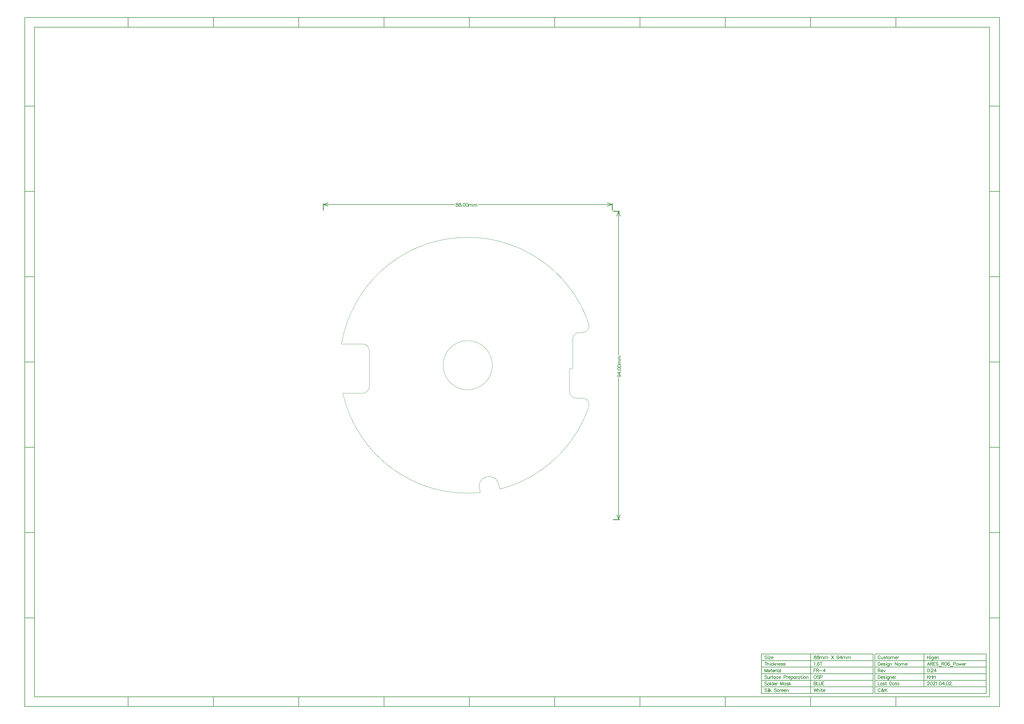
<source format=gm1>
G04 Layer_Color=16711935*
%FSLAX44Y44*%
%MOMM*%
G71*
G01*
G75*
%ADD53C,0.2540*%
%ADD54C,0.1270*%
%ADD55C,0.1500*%
%ADD135C,0.0100*%
D53*
X443040Y-470000D02*
X462540D01*
X443040Y470000D02*
X462540D01*
X440000Y473040D02*
Y492540D01*
X-440000Y473040D02*
Y492540D01*
D54*
X460000Y-470000D02*
Y-39545D01*
Y31925D02*
Y470000D01*
Y-470000D02*
X465080Y-454760D01*
X454920D02*
X460000Y-470000D01*
X454920Y454760D02*
X460000Y470000D01*
X465080Y454760D01*
X31925Y490000D02*
X440000D01*
X-440000D02*
X-39545D01*
X424760Y495080D02*
X440000Y490000D01*
X424760Y484920D02*
X440000Y490000D01*
X-440000D02*
X-424760Y484920D01*
X-440000Y490000D02*
X-424760Y495080D01*
X459577Y-29446D02*
X461028Y-29930D01*
X461996Y-30898D01*
X462479Y-32349D01*
Y-32832D01*
X461996Y-34283D01*
X461028Y-35251D01*
X459577Y-35735D01*
X459093D01*
X457642Y-35251D01*
X456675Y-34283D01*
X456191Y-32832D01*
Y-32349D01*
X456675Y-30898D01*
X457642Y-29930D01*
X459577Y-29446D01*
X461996D01*
X464414Y-29930D01*
X465865Y-30898D01*
X466349Y-32349D01*
Y-33316D01*
X465865Y-34767D01*
X464898Y-35251D01*
X456191Y-21852D02*
X462963Y-26689D01*
Y-19434D01*
X456191Y-21852D02*
X466349D01*
X465382Y-17160D02*
X465865Y-17644D01*
X466349Y-17160D01*
X465865Y-16677D01*
X465382Y-17160D01*
X456191Y-11549D02*
X456675Y-13000D01*
X458126Y-13968D01*
X460544Y-14452D01*
X461996D01*
X464414Y-13968D01*
X465865Y-13000D01*
X466349Y-11549D01*
Y-10582D01*
X465865Y-9131D01*
X464414Y-8163D01*
X461996Y-7680D01*
X460544D01*
X458126Y-8163D01*
X456675Y-9131D01*
X456191Y-10582D01*
Y-11549D01*
Y-2504D02*
X456675Y-3955D01*
X458126Y-4922D01*
X460544Y-5406D01*
X461996D01*
X464414Y-4922D01*
X465865Y-3955D01*
X466349Y-2504D01*
Y-1537D01*
X465865Y-86D01*
X464414Y882D01*
X461996Y1366D01*
X460544D01*
X458126Y882D01*
X456675Y-86D01*
X456191Y-1537D01*
Y-2504D01*
X459577Y3639D02*
X466349D01*
X461512D02*
X460061Y5090D01*
X459577Y6058D01*
Y7509D01*
X460061Y8476D01*
X461512Y8960D01*
X466349D01*
X461512D02*
X460061Y10411D01*
X459577Y11378D01*
Y12830D01*
X460061Y13797D01*
X461512Y14281D01*
X466349D01*
X459577Y17473D02*
X466349D01*
X461512D02*
X460061Y18924D01*
X459577Y19892D01*
Y21343D01*
X460061Y22310D01*
X461512Y22794D01*
X466349D01*
X461512D02*
X460061Y24245D01*
X459577Y25212D01*
Y26663D01*
X460061Y27631D01*
X461512Y28115D01*
X466349D01*
X-33316Y493809D02*
X-34767Y493325D01*
X-35251Y492358D01*
Y491390D01*
X-34767Y490423D01*
X-33800Y489939D01*
X-31865Y489456D01*
X-30414Y488972D01*
X-29446Y488004D01*
X-28963Y487037D01*
Y485586D01*
X-29446Y484618D01*
X-29930Y484135D01*
X-31381Y483651D01*
X-33316D01*
X-34767Y484135D01*
X-35251Y484618D01*
X-35735Y485586D01*
Y487037D01*
X-35251Y488004D01*
X-34283Y488972D01*
X-32832Y489456D01*
X-30898Y489939D01*
X-29930Y490423D01*
X-29446Y491390D01*
Y492358D01*
X-29930Y493325D01*
X-31381Y493809D01*
X-33316D01*
X-24271D02*
X-25722Y493325D01*
X-26206Y492358D01*
Y491390D01*
X-25722Y490423D01*
X-24755Y489939D01*
X-22820Y489456D01*
X-21369Y488972D01*
X-20401Y488004D01*
X-19917Y487037D01*
Y485586D01*
X-20401Y484618D01*
X-20885Y484135D01*
X-22336Y483651D01*
X-24271D01*
X-25722Y484135D01*
X-26206Y484618D01*
X-26689Y485586D01*
Y487037D01*
X-26206Y488004D01*
X-25238Y488972D01*
X-23787Y489456D01*
X-21852Y489939D01*
X-20885Y490423D01*
X-20401Y491390D01*
Y492358D01*
X-20885Y493325D01*
X-22336Y493809D01*
X-24271D01*
X-17160Y484618D02*
X-17644Y484135D01*
X-17160Y483651D01*
X-16677Y484135D01*
X-17160Y484618D01*
X-11549Y493809D02*
X-13000Y493325D01*
X-13968Y491874D01*
X-14452Y489456D01*
Y488004D01*
X-13968Y485586D01*
X-13000Y484135D01*
X-11549Y483651D01*
X-10582D01*
X-9131Y484135D01*
X-8163Y485586D01*
X-7680Y488004D01*
Y489456D01*
X-8163Y491874D01*
X-9131Y493325D01*
X-10582Y493809D01*
X-11549D01*
X-2504D02*
X-3955Y493325D01*
X-4922Y491874D01*
X-5406Y489456D01*
Y488004D01*
X-4922Y485586D01*
X-3955Y484135D01*
X-2504Y483651D01*
X-1537D01*
X-86Y484135D01*
X882Y485586D01*
X1366Y488004D01*
Y489456D01*
X882Y491874D01*
X-86Y493325D01*
X-1537Y493809D01*
X-2504D01*
X3639Y490423D02*
Y483651D01*
Y488488D02*
X5090Y489939D01*
X6058Y490423D01*
X7509D01*
X8476Y489939D01*
X8960Y488488D01*
Y483651D01*
Y488488D02*
X10411Y489939D01*
X11378Y490423D01*
X12830D01*
X13797Y489939D01*
X14281Y488488D01*
Y483651D01*
X17473Y490423D02*
Y483651D01*
Y488488D02*
X18924Y489939D01*
X19892Y490423D01*
X21343D01*
X22310Y489939D01*
X22794Y488488D01*
Y483651D01*
Y488488D02*
X24245Y489939D01*
X25212Y490423D01*
X26663D01*
X27631Y489939D01*
X28115Y488488D01*
Y483651D01*
D55*
X-1320000Y-1010000D02*
Y1030000D01*
X1590000D01*
Y-1010000D02*
Y1030000D01*
X-1320000Y-1010000D02*
X1590000D01*
X-1350000Y-1040000D02*
X1620000D01*
X-1350000Y1060000D02*
X1620000D01*
X-1350000Y-1040000D02*
Y1060000D01*
Y530000D02*
X-1320000D01*
X-1350000Y530000D02*
X-1320000D01*
X-1350000Y790000D02*
X-1320000D01*
X-1350000D02*
X-1320000D01*
X5000Y-1040000D02*
Y-1010000D01*
X5000Y-1040000D02*
Y-1010000D01*
X-775000Y1030000D02*
Y1060000D01*
X-515000Y1030000D02*
Y1060000D01*
X-775000Y1030000D02*
Y1060000D01*
X-1035000Y1030000D02*
Y1060000D01*
X-1035000Y1030000D02*
Y1060000D01*
X5000Y1030000D02*
Y1060000D01*
X5000Y1030000D02*
Y1060000D01*
X-255000Y1030000D02*
Y1060000D01*
Y1030000D02*
Y1060000D01*
X-515000Y1030000D02*
Y1060000D01*
X1620000Y-1040000D02*
Y1060000D01*
X1590000Y790000D02*
X1620000D01*
X1590000D02*
X1620000D01*
X1590000Y530000D02*
X1620000D01*
X1590000Y530000D02*
X1620000D01*
X1590000Y270000D02*
X1620000D01*
X1590000D02*
X1620000D01*
X1590000Y10000D02*
X1620000D01*
X1590000D02*
X1620000D01*
X1590000Y-250000D02*
X1620000D01*
X1590000D02*
X1620000D01*
X1590000Y-510000D02*
X1620000D01*
X1590000Y-510000D02*
X1620000D01*
X1590000Y-770000D02*
X1620000D01*
X1590000D02*
X1620000D01*
X265000Y-1040000D02*
Y-1010000D01*
Y-1040000D02*
Y-1010000D01*
X525000Y-1040000D02*
Y-1010000D01*
Y-1040000D02*
Y-1010000D01*
X785000Y-1040000D02*
Y-1010000D01*
Y-1040000D02*
Y-1010000D01*
X1045000Y-1040000D02*
Y-1010000D01*
X1045000Y-1040000D02*
Y-1010000D01*
X1305000Y-1040000D02*
Y-1010000D01*
Y-1040000D02*
Y-1010000D01*
Y1030000D02*
Y1060000D01*
Y1030000D02*
Y1060000D01*
X1045000Y1030000D02*
Y1060000D01*
X1045000Y1030000D02*
Y1060000D01*
X785000Y1030000D02*
Y1060000D01*
Y1030000D02*
Y1060000D01*
X525000Y1030000D02*
Y1060000D01*
Y1030000D02*
Y1060000D01*
X265000Y1030000D02*
Y1060000D01*
Y1030000D02*
Y1060000D01*
X1240000Y-900000D02*
X1580000D01*
X1240000Y-920000D02*
X1580000D01*
X1240000Y-940000D02*
X1580000D01*
X1240000Y-960000D02*
X1580000D01*
X1240000Y-980000D02*
X1580000D01*
X1240000Y-1000000D02*
X1580000D01*
X1390000Y-980000D02*
Y-880000D01*
X1580000Y-1000000D02*
Y-880000D01*
X1240000D02*
X1580000D01*
X1240000Y-1000000D02*
Y-880000D01*
X-1350000Y-770000D02*
X-1320000D01*
X-1350000D02*
X-1320000D01*
X-1350000Y-510000D02*
X-1320000D01*
X-1350000Y-510000D02*
X-1320000D01*
X-1350000Y-250000D02*
X-1320000D01*
X-1350000D02*
X-1320000D01*
X-1350000Y10000D02*
X-1320000D01*
X-1350000D02*
X-1320000D01*
X-1350000Y270000D02*
X-1320000D01*
X-1350000D02*
X-1320000D01*
X-515000Y-1040000D02*
Y-1010000D01*
X-255000Y-1040000D02*
Y-1010000D01*
Y-1040000D02*
Y-1010000D01*
X-1035000Y-1040000D02*
Y-1010000D01*
X-1035000Y-1040000D02*
Y-1010000D01*
X-775000Y-1040000D02*
Y-1010000D01*
X-515000Y-1040000D02*
Y-1010000D01*
X-775000Y-1040000D02*
Y-1010000D01*
X895000Y-900000D02*
X1235000D01*
X895000Y-920000D02*
X1235000D01*
X895000Y-940000D02*
X1235000D01*
X895000Y-960000D02*
X1235000D01*
X895000Y-980000D02*
X1235000D01*
X895000Y-1000000D02*
X1235000D01*
X1045000D02*
Y-880000D01*
X1235000Y-1000000D02*
Y-880000D01*
X895000D02*
X1235000D01*
X895000Y-1000000D02*
Y-880000D01*
X1257141Y-987383D02*
X1256665Y-986430D01*
X1255713Y-985478D01*
X1254761Y-985002D01*
X1252857D01*
X1251904Y-985478D01*
X1250952Y-986430D01*
X1250476Y-987383D01*
X1250000Y-988811D01*
Y-991191D01*
X1250476Y-992619D01*
X1250952Y-993572D01*
X1251904Y-994524D01*
X1252857Y-995000D01*
X1254761D01*
X1255713Y-994524D01*
X1256665Y-993572D01*
X1257141Y-992619D01*
X1268520Y-988811D02*
X1268044Y-989287D01*
X1268520Y-989763D01*
X1268996Y-989287D01*
Y-988811D01*
X1268520Y-988335D01*
X1268044D01*
X1267568Y-988811D01*
X1267092Y-989763D01*
X1266139Y-992143D01*
X1265187Y-993572D01*
X1264235Y-994524D01*
X1263283Y-995000D01*
X1261855D01*
X1260426Y-994524D01*
X1259950Y-993572D01*
Y-992143D01*
X1260426Y-991191D01*
X1263283Y-989287D01*
X1264235Y-988335D01*
X1264711Y-987383D01*
Y-986430D01*
X1264235Y-985478D01*
X1263283Y-985002D01*
X1262331Y-985478D01*
X1261855Y-986430D01*
Y-987383D01*
X1262331Y-988811D01*
X1263283Y-990239D01*
X1265663Y-993572D01*
X1266616Y-994524D01*
X1268044Y-995000D01*
X1268520D01*
X1268996Y-994524D01*
Y-994048D01*
X1261855Y-995000D02*
X1260902Y-994524D01*
X1260426Y-993572D01*
Y-992143D01*
X1260902Y-991191D01*
X1261855Y-990239D01*
Y-987383D02*
X1262331Y-988335D01*
X1266139Y-993572D01*
X1267092Y-994524D01*
X1268044Y-995000D01*
X1271472Y-985002D02*
Y-995000D01*
X1278137Y-985002D02*
X1271472Y-991667D01*
X1273852Y-989287D02*
X1278137Y-995000D01*
X1400476Y-967383D02*
Y-966907D01*
X1400952Y-965954D01*
X1401428Y-965478D01*
X1402380Y-965002D01*
X1404285D01*
X1405237Y-965478D01*
X1405713Y-965954D01*
X1406189Y-966907D01*
Y-967859D01*
X1405713Y-968811D01*
X1404761Y-970239D01*
X1400000Y-975000D01*
X1406665D01*
X1411759Y-965002D02*
X1410331Y-965478D01*
X1409379Y-966907D01*
X1408903Y-969287D01*
Y-970715D01*
X1409379Y-973096D01*
X1410331Y-974524D01*
X1411759Y-975000D01*
X1412712D01*
X1414140Y-974524D01*
X1415092Y-973096D01*
X1415568Y-970715D01*
Y-969287D01*
X1415092Y-966907D01*
X1414140Y-965478D01*
X1412712Y-965002D01*
X1411759D01*
X1418282Y-967383D02*
Y-966907D01*
X1418758Y-965954D01*
X1419234Y-965478D01*
X1420186Y-965002D01*
X1422090D01*
X1423043Y-965478D01*
X1423519Y-965954D01*
X1423995Y-966907D01*
Y-967859D01*
X1423519Y-968811D01*
X1422567Y-970239D01*
X1417806Y-975000D01*
X1424471D01*
X1426709Y-966907D02*
X1427661Y-966430D01*
X1429089Y-965002D01*
Y-975000D01*
X1434516Y-974048D02*
X1434040Y-974524D01*
X1434516Y-975000D01*
X1434993Y-974524D01*
X1434516Y-974048D01*
X1440039Y-965002D02*
X1438611Y-965478D01*
X1437659Y-966907D01*
X1437182Y-969287D01*
Y-970715D01*
X1437659Y-973096D01*
X1438611Y-974524D01*
X1440039Y-975000D01*
X1440991D01*
X1442419Y-974524D01*
X1443372Y-973096D01*
X1443848Y-970715D01*
Y-969287D01*
X1443372Y-966907D01*
X1442419Y-965478D01*
X1440991Y-965002D01*
X1440039D01*
X1450846D02*
X1446085Y-971667D01*
X1453227D01*
X1450846Y-965002D02*
Y-975000D01*
X1455464Y-974048D02*
X1454988Y-974524D01*
X1455464Y-975000D01*
X1455940Y-974524D01*
X1455464Y-974048D01*
X1460987Y-965002D02*
X1459559Y-965478D01*
X1458607Y-966907D01*
X1458130Y-969287D01*
Y-970715D01*
X1458607Y-973096D01*
X1459559Y-974524D01*
X1460987Y-975000D01*
X1461939D01*
X1463367Y-974524D01*
X1464319Y-973096D01*
X1464796Y-970715D01*
Y-969287D01*
X1464319Y-966907D01*
X1463367Y-965478D01*
X1461939Y-965002D01*
X1460987D01*
X1467509Y-967383D02*
Y-966907D01*
X1467985Y-965954D01*
X1468461Y-965478D01*
X1469414Y-965002D01*
X1471318D01*
X1472270Y-965478D01*
X1472746Y-965954D01*
X1473222Y-966907D01*
Y-967859D01*
X1472746Y-968811D01*
X1471794Y-970239D01*
X1467033Y-975000D01*
X1473698D01*
X1476412Y-974048D02*
X1475936Y-974524D01*
X1476412Y-975000D01*
X1476888Y-974524D01*
X1476412Y-974048D01*
X1400000Y-945002D02*
Y-955000D01*
X1406665Y-945002D02*
X1400000Y-951667D01*
X1402380Y-949287D02*
X1406665Y-955000D01*
X1408903Y-945002D02*
Y-955000D01*
X1415568Y-945002D02*
Y-955000D01*
X1408903Y-949763D02*
X1415568D01*
X1418329Y-945002D02*
Y-955000D01*
X1424995Y-945002D02*
Y-955000D01*
X1418329Y-949763D02*
X1424995D01*
X1402856Y-925002D02*
X1401428Y-925478D01*
X1400476Y-926907D01*
X1400000Y-929287D01*
Y-930715D01*
X1400476Y-933096D01*
X1401428Y-934524D01*
X1402856Y-935000D01*
X1403809D01*
X1405237Y-934524D01*
X1406189Y-933096D01*
X1406665Y-930715D01*
Y-929287D01*
X1406189Y-926907D01*
X1405237Y-925478D01*
X1403809Y-925002D01*
X1402856D01*
X1409379Y-934048D02*
X1408903Y-934524D01*
X1409379Y-935000D01*
X1409855Y-934524D01*
X1409379Y-934048D01*
X1412521Y-927383D02*
Y-926907D01*
X1412997Y-925954D01*
X1413473Y-925478D01*
X1414426Y-925002D01*
X1416330D01*
X1417282Y-925478D01*
X1417758Y-925954D01*
X1418234Y-926907D01*
Y-927859D01*
X1417758Y-928811D01*
X1416806Y-930239D01*
X1412045Y-935000D01*
X1418710D01*
X1425709Y-925002D02*
X1420948Y-931667D01*
X1428089D01*
X1425709Y-925002D02*
Y-935000D01*
X1407617Y-915000D02*
X1403809Y-905002D01*
X1400000Y-915000D01*
X1401428Y-911667D02*
X1406189D01*
X1409950Y-905002D02*
Y-915000D01*
Y-905002D02*
X1414235D01*
X1415663Y-905478D01*
X1416139Y-905954D01*
X1416615Y-906907D01*
Y-907859D01*
X1416139Y-908811D01*
X1415663Y-909287D01*
X1414235Y-909763D01*
X1409950D01*
X1413283D02*
X1416615Y-915000D01*
X1425042Y-905002D02*
X1418853D01*
Y-915000D01*
X1425042D01*
X1418853Y-909763D02*
X1422662D01*
X1433374Y-906430D02*
X1432422Y-905478D01*
X1430993Y-905002D01*
X1429089D01*
X1427661Y-905478D01*
X1426709Y-906430D01*
Y-907383D01*
X1427185Y-908335D01*
X1427661Y-908811D01*
X1428613Y-909287D01*
X1431470Y-910239D01*
X1432422Y-910715D01*
X1432898Y-911191D01*
X1433374Y-912143D01*
Y-913572D01*
X1432422Y-914524D01*
X1430993Y-915000D01*
X1429089D01*
X1427661Y-914524D01*
X1426709Y-913572D01*
X1435611Y-918333D02*
X1443229D01*
X1444514Y-905002D02*
Y-915000D01*
Y-905002D02*
X1448799D01*
X1450227Y-905478D01*
X1450703Y-905954D01*
X1451180Y-906907D01*
Y-907859D01*
X1450703Y-908811D01*
X1450227Y-909287D01*
X1448799Y-909763D01*
X1444514D01*
X1447847D02*
X1451180Y-915000D01*
X1456274Y-905002D02*
X1454845Y-905478D01*
X1453893Y-906907D01*
X1453417Y-909287D01*
Y-910715D01*
X1453893Y-913096D01*
X1454845Y-914524D01*
X1456274Y-915000D01*
X1457226D01*
X1458654Y-914524D01*
X1459606Y-913096D01*
X1460082Y-910715D01*
Y-909287D01*
X1459606Y-906907D01*
X1458654Y-905478D01*
X1457226Y-905002D01*
X1456274D01*
X1468033Y-906430D02*
X1467557Y-905478D01*
X1466129Y-905002D01*
X1465177D01*
X1463748Y-905478D01*
X1462796Y-906907D01*
X1462320Y-909287D01*
Y-911667D01*
X1462796Y-913572D01*
X1463748Y-914524D01*
X1465177Y-915000D01*
X1465653D01*
X1467081Y-914524D01*
X1468033Y-913572D01*
X1468509Y-912143D01*
Y-911667D01*
X1468033Y-910239D01*
X1467081Y-909287D01*
X1465653Y-908811D01*
X1465177D01*
X1463748Y-909287D01*
X1462796Y-910239D01*
X1462320Y-911667D01*
X1470699Y-918333D02*
X1478316D01*
X1479602Y-910239D02*
X1483887D01*
X1485315Y-909763D01*
X1485791Y-909287D01*
X1486267Y-908335D01*
Y-906907D01*
X1485791Y-905954D01*
X1485315Y-905478D01*
X1483887Y-905002D01*
X1479602D01*
Y-915000D01*
X1490885Y-908335D02*
X1489933Y-908811D01*
X1488981Y-909763D01*
X1488505Y-911191D01*
Y-912143D01*
X1488981Y-913572D01*
X1489933Y-914524D01*
X1490885Y-915000D01*
X1492314D01*
X1493266Y-914524D01*
X1494218Y-913572D01*
X1494694Y-912143D01*
Y-911191D01*
X1494218Y-909763D01*
X1493266Y-908811D01*
X1492314Y-908335D01*
X1490885D01*
X1496884D02*
X1498788Y-915000D01*
X1500693Y-908335D02*
X1498788Y-915000D01*
X1500693Y-908335D02*
X1502597Y-915000D01*
X1504501Y-908335D02*
X1502597Y-915000D01*
X1506834Y-911191D02*
X1512547D01*
Y-910239D01*
X1512071Y-909287D01*
X1511595Y-908811D01*
X1510643Y-908335D01*
X1509215D01*
X1508262Y-908811D01*
X1507310Y-909763D01*
X1506834Y-911191D01*
Y-912143D01*
X1507310Y-913572D01*
X1508262Y-914524D01*
X1509215Y-915000D01*
X1510643D01*
X1511595Y-914524D01*
X1512547Y-913572D01*
X1514690Y-908335D02*
Y-915000D01*
Y-911191D02*
X1515166Y-909763D01*
X1516118Y-908811D01*
X1517070Y-908335D01*
X1518498D01*
X1400000Y-885002D02*
Y-895000D01*
X1406665Y-885002D02*
Y-895000D01*
X1400000Y-889763D02*
X1406665D01*
X1410379Y-885002D02*
X1410855Y-885478D01*
X1411331Y-885002D01*
X1410855Y-884526D01*
X1410379Y-885002D01*
X1410855Y-888335D02*
Y-895000D01*
X1418806Y-888335D02*
Y-895952D01*
X1418329Y-897380D01*
X1417853Y-897857D01*
X1416901Y-898333D01*
X1415473D01*
X1414521Y-897857D01*
X1418806Y-889763D02*
X1417853Y-888811D01*
X1416901Y-888335D01*
X1415473D01*
X1414521Y-888811D01*
X1413569Y-889763D01*
X1413092Y-891191D01*
Y-892143D01*
X1413569Y-893572D01*
X1414521Y-894524D01*
X1415473Y-895000D01*
X1416901D01*
X1417853Y-894524D01*
X1418806Y-893572D01*
X1421472Y-891191D02*
X1427185D01*
Y-890239D01*
X1426709Y-889287D01*
X1426232Y-888811D01*
X1425280Y-888335D01*
X1423852D01*
X1422900Y-888811D01*
X1421948Y-889763D01*
X1421472Y-891191D01*
Y-892143D01*
X1421948Y-893572D01*
X1422900Y-894524D01*
X1423852Y-895000D01*
X1425280D01*
X1426232Y-894524D01*
X1427185Y-893572D01*
X1429327Y-888335D02*
Y-895000D01*
Y-890239D02*
X1430755Y-888811D01*
X1431707Y-888335D01*
X1433136D01*
X1434088Y-888811D01*
X1434564Y-890239D01*
Y-895000D01*
X1250000Y-965002D02*
Y-975000D01*
X1255713D01*
X1262521Y-968335D02*
Y-975000D01*
Y-969763D02*
X1261569Y-968811D01*
X1260617Y-968335D01*
X1259189D01*
X1258236Y-968811D01*
X1257284Y-969763D01*
X1256808Y-971191D01*
Y-972143D01*
X1257284Y-973572D01*
X1258236Y-974524D01*
X1259189Y-975000D01*
X1260617D01*
X1261569Y-974524D01*
X1262521Y-973572D01*
X1270424Y-969763D02*
X1269948Y-968811D01*
X1268520Y-968335D01*
X1267092D01*
X1265663Y-968811D01*
X1265187Y-969763D01*
X1265663Y-970715D01*
X1266616Y-971191D01*
X1268996Y-971667D01*
X1269948Y-972143D01*
X1270424Y-973096D01*
Y-973572D01*
X1269948Y-974524D01*
X1268520Y-975000D01*
X1267092D01*
X1265663Y-974524D01*
X1265187Y-973572D01*
X1273947Y-965002D02*
Y-973096D01*
X1274423Y-974524D01*
X1275376Y-975000D01*
X1276328D01*
X1272519Y-968335D02*
X1275852D01*
X1285611Y-965002D02*
Y-975000D01*
Y-965002D02*
X1288944D01*
X1290372Y-965478D01*
X1291324Y-966430D01*
X1291801Y-967383D01*
X1292277Y-968811D01*
Y-971191D01*
X1291801Y-972619D01*
X1291324Y-973572D01*
X1290372Y-974524D01*
X1288944Y-975000D01*
X1285611D01*
X1300227Y-968335D02*
Y-975000D01*
Y-969763D02*
X1299275Y-968811D01*
X1298323Y-968335D01*
X1296895D01*
X1295943Y-968811D01*
X1294990Y-969763D01*
X1294514Y-971191D01*
Y-972143D01*
X1294990Y-973572D01*
X1295943Y-974524D01*
X1296895Y-975000D01*
X1298323D01*
X1299275Y-974524D01*
X1300227Y-973572D01*
X1304322Y-965002D02*
Y-973096D01*
X1304798Y-974524D01*
X1305750Y-975000D01*
X1306702D01*
X1302893Y-968335D02*
X1306226D01*
X1313843D02*
Y-975000D01*
Y-969763D02*
X1312891Y-968811D01*
X1311939Y-968335D01*
X1310511D01*
X1309559Y-968811D01*
X1308607Y-969763D01*
X1308130Y-971191D01*
Y-972143D01*
X1308607Y-973572D01*
X1309559Y-974524D01*
X1310511Y-975000D01*
X1311939D01*
X1312891Y-974524D01*
X1313843Y-973572D01*
X1250000Y-945002D02*
Y-955000D01*
Y-945002D02*
X1253333D01*
X1254761Y-945478D01*
X1255713Y-946430D01*
X1256189Y-947383D01*
X1256665Y-948811D01*
Y-951191D01*
X1256189Y-952619D01*
X1255713Y-953572D01*
X1254761Y-954524D01*
X1253333Y-955000D01*
X1250000D01*
X1258903Y-951191D02*
X1264616D01*
Y-950239D01*
X1264140Y-949287D01*
X1263664Y-948811D01*
X1262711Y-948335D01*
X1261283D01*
X1260331Y-948811D01*
X1259379Y-949763D01*
X1258903Y-951191D01*
Y-952143D01*
X1259379Y-953572D01*
X1260331Y-954524D01*
X1261283Y-955000D01*
X1262711D01*
X1263664Y-954524D01*
X1264616Y-953572D01*
X1271995Y-949763D02*
X1271519Y-948811D01*
X1270091Y-948335D01*
X1268663D01*
X1267234Y-948811D01*
X1266758Y-949763D01*
X1267234Y-950715D01*
X1268187Y-951191D01*
X1270567Y-951667D01*
X1271519Y-952143D01*
X1271995Y-953096D01*
Y-953572D01*
X1271519Y-954524D01*
X1270091Y-955000D01*
X1268663D01*
X1267234Y-954524D01*
X1266758Y-953572D01*
X1275042Y-945002D02*
X1275518Y-945478D01*
X1275994Y-945002D01*
X1275518Y-944526D01*
X1275042Y-945002D01*
X1275518Y-948335D02*
Y-955000D01*
X1283469Y-948335D02*
Y-955952D01*
X1282993Y-957380D01*
X1282517Y-957857D01*
X1281565Y-958333D01*
X1280136D01*
X1279184Y-957857D01*
X1283469Y-949763D02*
X1282517Y-948811D01*
X1281565Y-948335D01*
X1280136D01*
X1279184Y-948811D01*
X1278232Y-949763D01*
X1277756Y-951191D01*
Y-952143D01*
X1278232Y-953572D01*
X1279184Y-954524D01*
X1280136Y-955000D01*
X1281565D01*
X1282517Y-954524D01*
X1283469Y-953572D01*
X1286135Y-948335D02*
Y-955000D01*
Y-950239D02*
X1287563Y-948811D01*
X1288515Y-948335D01*
X1289944D01*
X1290896Y-948811D01*
X1291372Y-950239D01*
Y-955000D01*
X1293991Y-951191D02*
X1299704D01*
Y-950239D01*
X1299227Y-949287D01*
X1298752Y-948811D01*
X1297799Y-948335D01*
X1296371D01*
X1295419Y-948811D01*
X1294467Y-949763D01*
X1293991Y-951191D01*
Y-952143D01*
X1294467Y-953572D01*
X1295419Y-954524D01*
X1296371Y-955000D01*
X1297799D01*
X1298752Y-954524D01*
X1299704Y-953572D01*
X1301846Y-948335D02*
Y-955000D01*
Y-951191D02*
X1302322Y-949763D01*
X1303274Y-948811D01*
X1304226Y-948335D01*
X1305655D01*
X1250000Y-925002D02*
Y-935000D01*
Y-925002D02*
X1254285D01*
X1255713Y-925478D01*
X1256189Y-925954D01*
X1256665Y-926907D01*
Y-927859D01*
X1256189Y-928811D01*
X1255713Y-929287D01*
X1254285Y-929763D01*
X1250000D01*
X1253333D02*
X1256665Y-935000D01*
X1258903Y-931191D02*
X1264616D01*
Y-930239D01*
X1264140Y-929287D01*
X1263664Y-928811D01*
X1262711Y-928335D01*
X1261283D01*
X1260331Y-928811D01*
X1259379Y-929763D01*
X1258903Y-931191D01*
Y-932143D01*
X1259379Y-933572D01*
X1260331Y-934524D01*
X1261283Y-935000D01*
X1262711D01*
X1263664Y-934524D01*
X1264616Y-933572D01*
X1266758Y-928335D02*
X1269615Y-935000D01*
X1272471Y-928335D02*
X1269615Y-935000D01*
X1250000Y-905002D02*
Y-915000D01*
Y-905002D02*
X1253333D01*
X1254761Y-905478D01*
X1255713Y-906430D01*
X1256189Y-907383D01*
X1256665Y-908811D01*
Y-911191D01*
X1256189Y-912619D01*
X1255713Y-913572D01*
X1254761Y-914524D01*
X1253333Y-915000D01*
X1250000D01*
X1258903Y-911191D02*
X1264616D01*
Y-910239D01*
X1264140Y-909287D01*
X1263664Y-908811D01*
X1262711Y-908335D01*
X1261283D01*
X1260331Y-908811D01*
X1259379Y-909763D01*
X1258903Y-911191D01*
Y-912143D01*
X1259379Y-913572D01*
X1260331Y-914524D01*
X1261283Y-915000D01*
X1262711D01*
X1263664Y-914524D01*
X1264616Y-913572D01*
X1271995Y-909763D02*
X1271519Y-908811D01*
X1270091Y-908335D01*
X1268663D01*
X1267234Y-908811D01*
X1266758Y-909763D01*
X1267234Y-910715D01*
X1268187Y-911191D01*
X1270567Y-911667D01*
X1271519Y-912143D01*
X1271995Y-913096D01*
Y-913572D01*
X1271519Y-914524D01*
X1270091Y-915000D01*
X1268663D01*
X1267234Y-914524D01*
X1266758Y-913572D01*
X1275042Y-905002D02*
X1275518Y-905478D01*
X1275994Y-905002D01*
X1275518Y-904526D01*
X1275042Y-905002D01*
X1275518Y-908335D02*
Y-915000D01*
X1283469Y-908335D02*
Y-915952D01*
X1282993Y-917380D01*
X1282517Y-917857D01*
X1281565Y-918333D01*
X1280136D01*
X1279184Y-917857D01*
X1283469Y-909763D02*
X1282517Y-908811D01*
X1281565Y-908335D01*
X1280136D01*
X1279184Y-908811D01*
X1278232Y-909763D01*
X1277756Y-911191D01*
Y-912143D01*
X1278232Y-913572D01*
X1279184Y-914524D01*
X1280136Y-915000D01*
X1281565D01*
X1282517Y-914524D01*
X1283469Y-913572D01*
X1286135Y-908335D02*
Y-915000D01*
Y-910239D02*
X1287563Y-908811D01*
X1288515Y-908335D01*
X1289944D01*
X1290896Y-908811D01*
X1291372Y-910239D01*
Y-915000D01*
X1301846Y-905002D02*
Y-915000D01*
Y-905002D02*
X1308511Y-915000D01*
Y-905002D02*
Y-915000D01*
X1316986Y-908335D02*
Y-915000D01*
Y-909763D02*
X1316033Y-908811D01*
X1315081Y-908335D01*
X1313653D01*
X1312701Y-908811D01*
X1311749Y-909763D01*
X1311273Y-911191D01*
Y-912143D01*
X1311749Y-913572D01*
X1312701Y-914524D01*
X1313653Y-915000D01*
X1315081D01*
X1316033Y-914524D01*
X1316986Y-913572D01*
X1319652Y-908335D02*
Y-915000D01*
Y-910239D02*
X1321080Y-908811D01*
X1322032Y-908335D01*
X1323460D01*
X1324413Y-908811D01*
X1324889Y-910239D01*
Y-915000D01*
Y-910239D02*
X1326317Y-908811D01*
X1327269Y-908335D01*
X1328697D01*
X1329650Y-908811D01*
X1330126Y-910239D01*
Y-915000D01*
X1333268Y-911191D02*
X1338981D01*
Y-910239D01*
X1338505Y-909287D01*
X1338029Y-908811D01*
X1337077Y-908335D01*
X1335648D01*
X1334696Y-908811D01*
X1333744Y-909763D01*
X1333268Y-911191D01*
Y-912143D01*
X1333744Y-913572D01*
X1334696Y-914524D01*
X1335648Y-915000D01*
X1337077D01*
X1338029Y-914524D01*
X1338981Y-913572D01*
X1257141Y-887383D02*
X1256665Y-886430D01*
X1255713Y-885478D01*
X1254761Y-885002D01*
X1252857D01*
X1251904Y-885478D01*
X1250952Y-886430D01*
X1250476Y-887383D01*
X1250000Y-888811D01*
Y-891191D01*
X1250476Y-892620D01*
X1250952Y-893572D01*
X1251904Y-894524D01*
X1252857Y-895000D01*
X1254761D01*
X1255713Y-894524D01*
X1256665Y-893572D01*
X1257141Y-892620D01*
X1259950Y-888335D02*
Y-893096D01*
X1260426Y-894524D01*
X1261378Y-895000D01*
X1262807D01*
X1263759Y-894524D01*
X1265187Y-893096D01*
Y-888335D02*
Y-895000D01*
X1273043Y-889763D02*
X1272567Y-888811D01*
X1271138Y-888335D01*
X1269710D01*
X1268282Y-888811D01*
X1267806Y-889763D01*
X1268282Y-890715D01*
X1269234Y-891191D01*
X1271614Y-891667D01*
X1272567Y-892143D01*
X1273043Y-893096D01*
Y-893572D01*
X1272567Y-894524D01*
X1271138Y-895000D01*
X1269710D01*
X1268282Y-894524D01*
X1267806Y-893572D01*
X1276566Y-885002D02*
Y-893096D01*
X1277042Y-894524D01*
X1277994Y-895000D01*
X1278946D01*
X1275137Y-888335D02*
X1278470D01*
X1282755D02*
X1281803Y-888811D01*
X1280851Y-889763D01*
X1280374Y-891191D01*
Y-892143D01*
X1280851Y-893572D01*
X1281803Y-894524D01*
X1282755Y-895000D01*
X1284183D01*
X1285135Y-894524D01*
X1286087Y-893572D01*
X1286564Y-892143D01*
Y-891191D01*
X1286087Y-889763D01*
X1285135Y-888811D01*
X1284183Y-888335D01*
X1282755D01*
X1288754D02*
Y-895000D01*
Y-890239D02*
X1290182Y-888811D01*
X1291134Y-888335D01*
X1292562D01*
X1293515Y-888811D01*
X1293991Y-890239D01*
Y-895000D01*
Y-890239D02*
X1295419Y-888811D01*
X1296371Y-888335D01*
X1297799D01*
X1298752Y-888811D01*
X1299227Y-890239D01*
Y-895000D01*
X1302370Y-891191D02*
X1308083D01*
Y-890239D01*
X1307607Y-889287D01*
X1307131Y-888811D01*
X1306178Y-888335D01*
X1304750D01*
X1303798Y-888811D01*
X1302846Y-889763D01*
X1302370Y-891191D01*
Y-892143D01*
X1302846Y-893572D01*
X1303798Y-894524D01*
X1304750Y-895000D01*
X1306178D01*
X1307131Y-894524D01*
X1308083Y-893572D01*
X1310225Y-888335D02*
Y-895000D01*
Y-891191D02*
X1310701Y-889763D01*
X1311653Y-888811D01*
X1312606Y-888335D01*
X1314034D01*
X1055000Y-985002D02*
X1057380Y-995000D01*
X1059761Y-985002D02*
X1057380Y-995000D01*
X1059761Y-985002D02*
X1062141Y-995000D01*
X1064522Y-985002D02*
X1062141Y-995000D01*
X1066521Y-985002D02*
Y-995000D01*
Y-990239D02*
X1067950Y-988811D01*
X1068902Y-988335D01*
X1070330D01*
X1071282Y-988811D01*
X1071758Y-990239D01*
Y-995000D01*
X1075329Y-985002D02*
X1075805Y-985478D01*
X1076281Y-985002D01*
X1075805Y-984526D01*
X1075329Y-985002D01*
X1075805Y-988335D02*
Y-995000D01*
X1079471Y-985002D02*
Y-993096D01*
X1079947Y-994524D01*
X1080899Y-995000D01*
X1081851D01*
X1078043Y-988335D02*
X1081375D01*
X1083280Y-991191D02*
X1088993D01*
Y-990239D01*
X1088517Y-989287D01*
X1088040Y-988811D01*
X1087088Y-988335D01*
X1085660D01*
X1084708Y-988811D01*
X1083756Y-989763D01*
X1083280Y-991191D01*
Y-992143D01*
X1083756Y-993572D01*
X1084708Y-994524D01*
X1085660Y-995000D01*
X1087088D01*
X1088040Y-994524D01*
X1088993Y-993572D01*
X1055000Y-965002D02*
Y-975000D01*
Y-965002D02*
X1059285D01*
X1060713Y-965478D01*
X1061189Y-965954D01*
X1061665Y-966907D01*
Y-967859D01*
X1061189Y-968811D01*
X1060713Y-969287D01*
X1059285Y-969763D01*
X1055000D02*
X1059285D01*
X1060713Y-970239D01*
X1061189Y-970715D01*
X1061665Y-971667D01*
Y-973096D01*
X1061189Y-974048D01*
X1060713Y-974524D01*
X1059285Y-975000D01*
X1055000D01*
X1063903Y-965002D02*
Y-975000D01*
X1069616D01*
X1070711Y-965002D02*
Y-972143D01*
X1071187Y-973572D01*
X1072139Y-974524D01*
X1073567Y-975000D01*
X1074520D01*
X1075948Y-974524D01*
X1076900Y-973572D01*
X1077376Y-972143D01*
Y-965002D01*
X1086327D02*
X1080137D01*
Y-975000D01*
X1086327D01*
X1080137Y-969763D02*
X1083946D01*
X1057857Y-945002D02*
X1056904Y-945478D01*
X1055952Y-946430D01*
X1055476Y-947383D01*
X1055000Y-948811D01*
Y-951191D01*
X1055476Y-952620D01*
X1055952Y-953572D01*
X1056904Y-954524D01*
X1057857Y-955000D01*
X1059761D01*
X1060713Y-954524D01*
X1061665Y-953572D01*
X1062141Y-952620D01*
X1062617Y-951191D01*
Y-948811D01*
X1062141Y-947383D01*
X1061665Y-946430D01*
X1060713Y-945478D01*
X1059761Y-945002D01*
X1057857D01*
X1071616Y-946430D02*
X1070663Y-945478D01*
X1069235Y-945002D01*
X1067331D01*
X1065902Y-945478D01*
X1064950Y-946430D01*
Y-947383D01*
X1065426Y-948335D01*
X1065902Y-948811D01*
X1066855Y-949287D01*
X1069711Y-950239D01*
X1070663Y-950715D01*
X1071139Y-951191D01*
X1071616Y-952143D01*
Y-953572D01*
X1070663Y-954524D01*
X1069235Y-955000D01*
X1067331D01*
X1065902Y-954524D01*
X1064950Y-953572D01*
X1073853Y-950239D02*
X1078138D01*
X1079566Y-949763D01*
X1080042Y-949287D01*
X1080518Y-948335D01*
Y-946907D01*
X1080042Y-945954D01*
X1079566Y-945478D01*
X1078138Y-945002D01*
X1073853D01*
Y-955000D01*
X1055000Y-925002D02*
Y-935000D01*
Y-925002D02*
X1061189D01*
X1055000Y-929763D02*
X1058809D01*
X1062332Y-925002D02*
Y-935000D01*
Y-925002D02*
X1066617D01*
X1068045Y-925478D01*
X1068521Y-925954D01*
X1068997Y-926907D01*
Y-927859D01*
X1068521Y-928811D01*
X1068045Y-929287D01*
X1066617Y-929763D01*
X1062332D01*
X1065664D02*
X1068997Y-935000D01*
X1071235Y-930715D02*
X1079804D01*
X1087517Y-925002D02*
X1082756Y-931667D01*
X1089897D01*
X1087517Y-925002D02*
Y-935000D01*
X1055000Y-906907D02*
X1055952Y-906430D01*
X1057380Y-905002D01*
Y-915000D01*
X1062808Y-914048D02*
X1062332Y-914524D01*
X1062808Y-915000D01*
X1063284Y-914524D01*
X1062808Y-914048D01*
X1071187Y-906430D02*
X1070711Y-905478D01*
X1069283Y-905002D01*
X1068331D01*
X1066902Y-905478D01*
X1065950Y-906907D01*
X1065474Y-909287D01*
Y-911667D01*
X1065950Y-913572D01*
X1066902Y-914524D01*
X1068331Y-915000D01*
X1068807D01*
X1070235Y-914524D01*
X1071187Y-913572D01*
X1071663Y-912143D01*
Y-911667D01*
X1071187Y-910239D01*
X1070235Y-909287D01*
X1068807Y-908811D01*
X1068331D01*
X1066902Y-909287D01*
X1065950Y-910239D01*
X1065474Y-911667D01*
X1077186Y-905002D02*
Y-915000D01*
X1073853Y-905002D02*
X1080518D01*
X1057380Y-885002D02*
X1055952Y-885478D01*
X1055476Y-886430D01*
Y-887383D01*
X1055952Y-888335D01*
X1056904Y-888811D01*
X1058809Y-889287D01*
X1060237Y-889763D01*
X1061189Y-890715D01*
X1061665Y-891667D01*
Y-893096D01*
X1061189Y-894048D01*
X1060713Y-894524D01*
X1059285Y-895000D01*
X1057380D01*
X1055952Y-894524D01*
X1055476Y-894048D01*
X1055000Y-893096D01*
Y-891667D01*
X1055476Y-890715D01*
X1056428Y-889763D01*
X1057857Y-889287D01*
X1059761Y-888811D01*
X1060713Y-888335D01*
X1061189Y-887383D01*
Y-886430D01*
X1060713Y-885478D01*
X1059285Y-885002D01*
X1057380D01*
X1066283D02*
X1064855Y-885478D01*
X1064379Y-886430D01*
Y-887383D01*
X1064855Y-888335D01*
X1065807Y-888811D01*
X1067712Y-889287D01*
X1069140Y-889763D01*
X1070092Y-890715D01*
X1070568Y-891667D01*
Y-893096D01*
X1070092Y-894048D01*
X1069616Y-894524D01*
X1068188Y-895000D01*
X1066283D01*
X1064855Y-894524D01*
X1064379Y-894048D01*
X1063903Y-893096D01*
Y-891667D01*
X1064379Y-890715D01*
X1065331Y-889763D01*
X1066759Y-889287D01*
X1068664Y-888811D01*
X1069616Y-888335D01*
X1070092Y-887383D01*
Y-886430D01*
X1069616Y-885478D01*
X1068188Y-885002D01*
X1066283D01*
X1072806Y-888335D02*
Y-895000D01*
Y-890239D02*
X1074234Y-888811D01*
X1075186Y-888335D01*
X1076614D01*
X1077567Y-888811D01*
X1078043Y-890239D01*
Y-895000D01*
Y-890239D02*
X1079471Y-888811D01*
X1080423Y-888335D01*
X1081851D01*
X1082804Y-888811D01*
X1083280Y-890239D01*
Y-895000D01*
X1086422Y-888335D02*
Y-895000D01*
Y-890239D02*
X1087850Y-888811D01*
X1088802Y-888335D01*
X1090230D01*
X1091183Y-888811D01*
X1091659Y-890239D01*
Y-895000D01*
Y-890239D02*
X1093087Y-888811D01*
X1094039Y-888335D01*
X1095468D01*
X1096420Y-888811D01*
X1096896Y-890239D01*
Y-895000D01*
X1107893Y-885002D02*
X1114559Y-895000D01*
Y-885002D02*
X1107893Y-895000D01*
X1130841Y-888335D02*
X1130365Y-889763D01*
X1129413Y-890715D01*
X1127984Y-891191D01*
X1127508D01*
X1126080Y-890715D01*
X1125128Y-889763D01*
X1124652Y-888335D01*
Y-887859D01*
X1125128Y-886430D01*
X1126080Y-885478D01*
X1127508Y-885002D01*
X1127984D01*
X1129413Y-885478D01*
X1130365Y-886430D01*
X1130841Y-888335D01*
Y-890715D01*
X1130365Y-893096D01*
X1129413Y-894524D01*
X1127984Y-895000D01*
X1127032D01*
X1125604Y-894524D01*
X1125128Y-893572D01*
X1138316Y-885002D02*
X1133555Y-891667D01*
X1140696D01*
X1138316Y-885002D02*
Y-895000D01*
X1142457Y-888335D02*
Y-895000D01*
Y-890239D02*
X1143886Y-888811D01*
X1144838Y-888335D01*
X1146266D01*
X1147218Y-888811D01*
X1147694Y-890239D01*
Y-895000D01*
Y-890239D02*
X1149123Y-888811D01*
X1150075Y-888335D01*
X1151503D01*
X1152455Y-888811D01*
X1152931Y-890239D01*
Y-895000D01*
X1156074Y-888335D02*
Y-895000D01*
Y-890239D02*
X1157502Y-888811D01*
X1158454Y-888335D01*
X1159882D01*
X1160835Y-888811D01*
X1161311Y-890239D01*
Y-895000D01*
Y-890239D02*
X1162739Y-888811D01*
X1163691Y-888335D01*
X1165119D01*
X1166071Y-888811D01*
X1166547Y-890239D01*
Y-895000D01*
X911665Y-986430D02*
X910713Y-985478D01*
X909285Y-985002D01*
X907380D01*
X905952Y-985478D01*
X905000Y-986430D01*
Y-987383D01*
X905476Y-988335D01*
X905952Y-988811D01*
X906904Y-989287D01*
X909761Y-990239D01*
X910713Y-990715D01*
X911189Y-991191D01*
X911665Y-992143D01*
Y-993572D01*
X910713Y-994524D01*
X909285Y-995000D01*
X907380D01*
X905952Y-994524D01*
X905000Y-993572D01*
X914855Y-985002D02*
X915331Y-985478D01*
X915807Y-985002D01*
X915331Y-984526D01*
X914855Y-985002D01*
X915331Y-988335D02*
Y-995000D01*
X917569Y-985002D02*
Y-995000D01*
X919663Y-985002D02*
Y-995000D01*
X924424Y-988335D02*
X919663Y-993096D01*
X921568Y-991191D02*
X924901Y-995000D01*
X940992Y-986430D02*
X940040Y-985478D01*
X938612Y-985002D01*
X936708D01*
X935279Y-985478D01*
X934327Y-986430D01*
Y-987383D01*
X934803Y-988335D01*
X935279Y-988811D01*
X936231Y-989287D01*
X939088Y-990239D01*
X940040Y-990715D01*
X940516Y-991191D01*
X940992Y-992143D01*
Y-993572D01*
X940040Y-994524D01*
X938612Y-995000D01*
X936708D01*
X935279Y-994524D01*
X934327Y-993572D01*
X948943Y-989763D02*
X947991Y-988811D01*
X947039Y-988335D01*
X945610D01*
X944658Y-988811D01*
X943706Y-989763D01*
X943230Y-991191D01*
Y-992143D01*
X943706Y-993572D01*
X944658Y-994524D01*
X945610Y-995000D01*
X947039D01*
X947991Y-994524D01*
X948943Y-993572D01*
X951085Y-988335D02*
Y-995000D01*
Y-991191D02*
X951561Y-989763D01*
X952514Y-988811D01*
X953466Y-988335D01*
X954894D01*
X955799Y-991191D02*
X961512D01*
Y-990239D01*
X961036Y-989287D01*
X960559Y-988811D01*
X959607Y-988335D01*
X958179D01*
X957227Y-988811D01*
X956275Y-989763D01*
X955799Y-991191D01*
Y-992143D01*
X956275Y-993572D01*
X957227Y-994524D01*
X958179Y-995000D01*
X959607D01*
X960559Y-994524D01*
X961512Y-993572D01*
X963654Y-991191D02*
X969367D01*
Y-990239D01*
X968891Y-989287D01*
X968415Y-988811D01*
X967463Y-988335D01*
X966034D01*
X965082Y-988811D01*
X964130Y-989763D01*
X963654Y-991191D01*
Y-992143D01*
X964130Y-993572D01*
X965082Y-994524D01*
X966034Y-995000D01*
X967463D01*
X968415Y-994524D01*
X969367Y-993572D01*
X971509Y-988335D02*
Y-995000D01*
Y-990239D02*
X972938Y-988811D01*
X973890Y-988335D01*
X975318D01*
X976270Y-988811D01*
X976747Y-990239D01*
Y-995000D01*
X911665Y-966430D02*
X910713Y-965478D01*
X909285Y-965002D01*
X907380D01*
X905952Y-965478D01*
X905000Y-966430D01*
Y-967383D01*
X905476Y-968335D01*
X905952Y-968811D01*
X906904Y-969287D01*
X909761Y-970239D01*
X910713Y-970715D01*
X911189Y-971191D01*
X911665Y-972143D01*
Y-973572D01*
X910713Y-974524D01*
X909285Y-975000D01*
X907380D01*
X905952Y-974524D01*
X905000Y-973572D01*
X916283Y-968335D02*
X915331Y-968811D01*
X914379Y-969763D01*
X913903Y-971191D01*
Y-972143D01*
X914379Y-973572D01*
X915331Y-974524D01*
X916283Y-975000D01*
X917712D01*
X918664Y-974524D01*
X919616Y-973572D01*
X920092Y-972143D01*
Y-971191D01*
X919616Y-969763D01*
X918664Y-968811D01*
X917712Y-968335D01*
X916283D01*
X922282Y-965002D02*
Y-975000D01*
X930090Y-965002D02*
Y-975000D01*
Y-969763D02*
X929138Y-968811D01*
X928186Y-968335D01*
X926757D01*
X925805Y-968811D01*
X924853Y-969763D01*
X924377Y-971191D01*
Y-972143D01*
X924853Y-973572D01*
X925805Y-974524D01*
X926757Y-975000D01*
X928186D01*
X929138Y-974524D01*
X930090Y-973572D01*
X932756Y-971191D02*
X938469D01*
Y-970239D01*
X937993Y-969287D01*
X937517Y-968811D01*
X936565Y-968335D01*
X935136D01*
X934184Y-968811D01*
X933232Y-969763D01*
X932756Y-971191D01*
Y-972143D01*
X933232Y-973572D01*
X934184Y-974524D01*
X935136Y-975000D01*
X936565D01*
X937517Y-974524D01*
X938469Y-973572D01*
X940611Y-968335D02*
Y-975000D01*
Y-971191D02*
X941087Y-969763D01*
X942040Y-968811D01*
X942992Y-968335D01*
X944420D01*
X953180Y-965002D02*
Y-975000D01*
Y-965002D02*
X956989Y-975000D01*
X960798Y-965002D02*
X956989Y-975000D01*
X960798Y-965002D02*
Y-975000D01*
X969367Y-968335D02*
Y-975000D01*
Y-969763D02*
X968415Y-968811D01*
X967463Y-968335D01*
X966034D01*
X965082Y-968811D01*
X964130Y-969763D01*
X963654Y-971191D01*
Y-972143D01*
X964130Y-973572D01*
X965082Y-974524D01*
X966034Y-975000D01*
X967463D01*
X968415Y-974524D01*
X969367Y-973572D01*
X977270Y-969763D02*
X976794Y-968811D01*
X975366Y-968335D01*
X973938D01*
X972509Y-968811D01*
X972033Y-969763D01*
X972509Y-970715D01*
X973462Y-971191D01*
X975842Y-971667D01*
X976794Y-972143D01*
X977270Y-973096D01*
Y-973572D01*
X976794Y-974524D01*
X975366Y-975000D01*
X973938D01*
X972509Y-974524D01*
X972033Y-973572D01*
X979365Y-965002D02*
Y-975000D01*
X984126Y-968335D02*
X979365Y-973096D01*
X981269Y-971191D02*
X984602Y-975000D01*
X911665Y-946430D02*
X910713Y-945478D01*
X909285Y-945002D01*
X907380D01*
X905952Y-945478D01*
X905000Y-946430D01*
Y-947383D01*
X905476Y-948335D01*
X905952Y-948811D01*
X906904Y-949287D01*
X909761Y-950239D01*
X910713Y-950715D01*
X911189Y-951191D01*
X911665Y-952143D01*
Y-953572D01*
X910713Y-954524D01*
X909285Y-955000D01*
X907380D01*
X905952Y-954524D01*
X905000Y-953572D01*
X913903Y-948335D02*
Y-953096D01*
X914379Y-954524D01*
X915331Y-955000D01*
X916759D01*
X917712Y-954524D01*
X919140Y-953096D01*
Y-948335D02*
Y-955000D01*
X921758Y-948335D02*
Y-955000D01*
Y-951191D02*
X922234Y-949763D01*
X923187Y-948811D01*
X924139Y-948335D01*
X925567D01*
X930280Y-945002D02*
X929328D01*
X928376Y-945478D01*
X927900Y-946907D01*
Y-955000D01*
X926472Y-948335D02*
X929804D01*
X937422D02*
Y-955000D01*
Y-949763D02*
X936469Y-948811D01*
X935517Y-948335D01*
X934089D01*
X933137Y-948811D01*
X932185Y-949763D01*
X931709Y-951191D01*
Y-952143D01*
X932185Y-953572D01*
X933137Y-954524D01*
X934089Y-955000D01*
X935517D01*
X936469Y-954524D01*
X937422Y-953572D01*
X945801Y-949763D02*
X944849Y-948811D01*
X943896Y-948335D01*
X942468D01*
X941516Y-948811D01*
X940564Y-949763D01*
X940088Y-951191D01*
Y-952143D01*
X940564Y-953572D01*
X941516Y-954524D01*
X942468Y-955000D01*
X943896D01*
X944849Y-954524D01*
X945801Y-953572D01*
X947943Y-951191D02*
X953656D01*
Y-950239D01*
X953180Y-949287D01*
X952704Y-948811D01*
X951752Y-948335D01*
X950324D01*
X949371Y-948811D01*
X948419Y-949763D01*
X947943Y-951191D01*
Y-952143D01*
X948419Y-953572D01*
X949371Y-954524D01*
X950324Y-955000D01*
X951752D01*
X952704Y-954524D01*
X953656Y-953572D01*
X963654Y-950239D02*
X967939D01*
X969367Y-949763D01*
X969843Y-949287D01*
X970319Y-948335D01*
Y-946907D01*
X969843Y-945954D01*
X969367Y-945478D01*
X967939Y-945002D01*
X963654D01*
Y-955000D01*
X972557Y-948335D02*
Y-955000D01*
Y-951191D02*
X973033Y-949763D01*
X973985Y-948811D01*
X974937Y-948335D01*
X976366D01*
X977270Y-951191D02*
X982983D01*
Y-950239D01*
X982507Y-949287D01*
X982031Y-948811D01*
X981079Y-948335D01*
X979651D01*
X978699Y-948811D01*
X977746Y-949763D01*
X977270Y-951191D01*
Y-952143D01*
X977746Y-953572D01*
X978699Y-954524D01*
X979651Y-955000D01*
X981079D01*
X982031Y-954524D01*
X982983Y-953572D01*
X985126Y-948335D02*
Y-958333D01*
Y-949763D02*
X986078Y-948811D01*
X987030Y-948335D01*
X988458D01*
X989410Y-948811D01*
X990363Y-949763D01*
X990839Y-951191D01*
Y-952143D01*
X990363Y-953572D01*
X989410Y-954524D01*
X988458Y-955000D01*
X987030D01*
X986078Y-954524D01*
X985126Y-953572D01*
X998694Y-948335D02*
Y-955000D01*
Y-949763D02*
X997742Y-948811D01*
X996790Y-948335D01*
X995362D01*
X994409Y-948811D01*
X993457Y-949763D01*
X992981Y-951191D01*
Y-952143D01*
X993457Y-953572D01*
X994409Y-954524D01*
X995362Y-955000D01*
X996790D01*
X997742Y-954524D01*
X998694Y-953572D01*
X1001360Y-948335D02*
Y-955000D01*
Y-951191D02*
X1001836Y-949763D01*
X1002788Y-948811D01*
X1003741Y-948335D01*
X1005169D01*
X1011787D02*
Y-955000D01*
Y-949763D02*
X1010835Y-948811D01*
X1009882Y-948335D01*
X1008454D01*
X1007502Y-948811D01*
X1006550Y-949763D01*
X1006074Y-951191D01*
Y-952143D01*
X1006550Y-953572D01*
X1007502Y-954524D01*
X1008454Y-955000D01*
X1009882D01*
X1010835Y-954524D01*
X1011787Y-953572D01*
X1015881Y-945002D02*
Y-953096D01*
X1016357Y-954524D01*
X1017309Y-955000D01*
X1018261D01*
X1014453Y-948335D02*
X1017785D01*
X1020642Y-945002D02*
X1021118Y-945478D01*
X1021594Y-945002D01*
X1021118Y-944526D01*
X1020642Y-945002D01*
X1021118Y-948335D02*
Y-955000D01*
X1025736Y-948335D02*
X1024784Y-948811D01*
X1023832Y-949763D01*
X1023356Y-951191D01*
Y-952143D01*
X1023832Y-953572D01*
X1024784Y-954524D01*
X1025736Y-955000D01*
X1027164D01*
X1028117Y-954524D01*
X1029069Y-953572D01*
X1029545Y-952143D01*
Y-951191D01*
X1029069Y-949763D01*
X1028117Y-948811D01*
X1027164Y-948335D01*
X1025736D01*
X1031735D02*
Y-955000D01*
Y-950239D02*
X1033163Y-948811D01*
X1034115Y-948335D01*
X1035543D01*
X1036496Y-948811D01*
X1036972Y-950239D01*
Y-955000D01*
X905000Y-925002D02*
Y-935000D01*
Y-925002D02*
X908809Y-935000D01*
X912617Y-925002D02*
X908809Y-935000D01*
X912617Y-925002D02*
Y-935000D01*
X915474Y-931191D02*
X921187D01*
Y-930239D01*
X920711Y-929287D01*
X920235Y-928811D01*
X919283Y-928335D01*
X917854D01*
X916902Y-928811D01*
X915950Y-929763D01*
X915474Y-931191D01*
Y-932143D01*
X915950Y-933572D01*
X916902Y-934524D01*
X917854Y-935000D01*
X919283D01*
X920235Y-934524D01*
X921187Y-933572D01*
X924758Y-925002D02*
Y-933096D01*
X925234Y-934524D01*
X926186Y-935000D01*
X927138D01*
X923329Y-928335D02*
X926662D01*
X928566Y-931191D02*
X934279D01*
Y-930239D01*
X933803Y-929287D01*
X933327Y-928811D01*
X932375Y-928335D01*
X930947D01*
X929995Y-928811D01*
X929043Y-929763D01*
X928566Y-931191D01*
Y-932143D01*
X929043Y-933572D01*
X929995Y-934524D01*
X930947Y-935000D01*
X932375D01*
X933327Y-934524D01*
X934279Y-933572D01*
X936422Y-928335D02*
Y-935000D01*
Y-931191D02*
X936898Y-929763D01*
X937850Y-928811D01*
X938802Y-928335D01*
X940230D01*
X942087Y-925002D02*
X942563Y-925478D01*
X943039Y-925002D01*
X942563Y-924526D01*
X942087Y-925002D01*
X942563Y-928335D02*
Y-935000D01*
X950514Y-928335D02*
Y-935000D01*
Y-929763D02*
X949562Y-928811D01*
X948610Y-928335D01*
X947181D01*
X946229Y-928811D01*
X945277Y-929763D01*
X944801Y-931191D01*
Y-932143D01*
X945277Y-933572D01*
X946229Y-934524D01*
X947181Y-935000D01*
X948610D01*
X949562Y-934524D01*
X950514Y-933572D01*
X953180Y-925002D02*
Y-935000D01*
X908333Y-905002D02*
Y-915000D01*
X905000Y-905002D02*
X911665D01*
X912856D02*
Y-915000D01*
Y-910239D02*
X914284Y-908811D01*
X915236Y-908335D01*
X916664D01*
X917616Y-908811D01*
X918092Y-910239D01*
Y-915000D01*
X921663Y-905002D02*
X922139Y-905478D01*
X922615Y-905002D01*
X922139Y-904526D01*
X921663Y-905002D01*
X922139Y-908335D02*
Y-915000D01*
X930090Y-909763D02*
X929138Y-908811D01*
X928186Y-908335D01*
X926757D01*
X925805Y-908811D01*
X924853Y-909763D01*
X924377Y-911191D01*
Y-912143D01*
X924853Y-913572D01*
X925805Y-914524D01*
X926757Y-915000D01*
X928186D01*
X929138Y-914524D01*
X930090Y-913572D01*
X932232Y-905002D02*
Y-915000D01*
X936993Y-908335D02*
X932232Y-913096D01*
X934137Y-911191D02*
X937469Y-915000D01*
X939040Y-908335D02*
Y-915000D01*
Y-910239D02*
X940469Y-908811D01*
X941421Y-908335D01*
X942849D01*
X943801Y-908811D01*
X944277Y-910239D01*
Y-915000D01*
X946896Y-911191D02*
X952609D01*
Y-910239D01*
X952133Y-909287D01*
X951657Y-908811D01*
X950704Y-908335D01*
X949276D01*
X948324Y-908811D01*
X947372Y-909763D01*
X946896Y-911191D01*
Y-912143D01*
X947372Y-913572D01*
X948324Y-914524D01*
X949276Y-915000D01*
X950704D01*
X951657Y-914524D01*
X952609Y-913572D01*
X959988Y-909763D02*
X959512Y-908811D01*
X958084Y-908335D01*
X956656D01*
X955227Y-908811D01*
X954751Y-909763D01*
X955227Y-910715D01*
X956180Y-911191D01*
X958560Y-911667D01*
X959512Y-912143D01*
X959988Y-913096D01*
Y-913572D01*
X959512Y-914524D01*
X958084Y-915000D01*
X956656D01*
X955227Y-914524D01*
X954751Y-913572D01*
X967320Y-909763D02*
X966844Y-908811D01*
X965416Y-908335D01*
X963987D01*
X962559Y-908811D01*
X962083Y-909763D01*
X962559Y-910715D01*
X963511Y-911191D01*
X965892Y-911667D01*
X966844Y-912143D01*
X967320Y-913096D01*
Y-913572D01*
X966844Y-914524D01*
X965416Y-915000D01*
X963987D01*
X962559Y-914524D01*
X962083Y-913572D01*
X911665Y-886430D02*
X910713Y-885478D01*
X909285Y-885002D01*
X907380D01*
X905952Y-885478D01*
X905000Y-886430D01*
Y-887383D01*
X905476Y-888335D01*
X905952Y-888811D01*
X906904Y-889287D01*
X909761Y-890239D01*
X910713Y-890715D01*
X911189Y-891191D01*
X911665Y-892143D01*
Y-893572D01*
X910713Y-894524D01*
X909285Y-895000D01*
X907380D01*
X905952Y-894524D01*
X905000Y-893572D01*
X914855Y-885002D02*
X915331Y-885478D01*
X915807Y-885002D01*
X915331Y-884526D01*
X914855Y-885002D01*
X915331Y-888335D02*
Y-895000D01*
X922806Y-888335D02*
X917569Y-895000D01*
Y-888335D02*
X922806D01*
X917569Y-895000D02*
X922806D01*
X924901Y-891191D02*
X930614D01*
Y-890239D01*
X930137Y-889287D01*
X929661Y-888811D01*
X928709Y-888335D01*
X927281D01*
X926329Y-888811D01*
X925377Y-889763D01*
X924901Y-891191D01*
Y-892143D01*
X925377Y-893572D01*
X926329Y-894524D01*
X927281Y-895000D01*
X928709D01*
X929661Y-894524D01*
X930614Y-893572D01*
D135*
X312500Y-10000D02*
G03*
X310000Y-12500I0J-2500D01*
G01*
X317500Y-10000D02*
G03*
X320000Y-7500I0J2500D01*
G01*
X340000Y100000D02*
G03*
X320000Y80000I0J-20000D01*
G01*
X-302500Y54682D02*
G03*
X-310897Y62808I-17500J-9682D01*
G01*
X-300000Y45000D02*
G03*
X-320000Y65000I-20000J0D01*
G01*
X368919Y126487D02*
G03*
X-384545Y65000I-368919J-126487D01*
G01*
X310000Y-80000D02*
G03*
X330000Y-100000I20000J0D01*
G01*
X75000Y0D02*
G03*
X75000Y0I-75000J0D01*
G01*
X94662Y-364094D02*
G03*
X35574Y-374512I-29544J-5209D01*
G01*
X-320000Y-85000D02*
G03*
X-300000Y-65000I0J20000D01*
G01*
X368919Y-126487D02*
G03*
X350000Y-100000I-18919J6486D01*
G01*
X-380625Y-85000D02*
G03*
X37978Y-388147I380625J85000D01*
G01*
X350000Y100000D02*
G03*
X368919Y126487I0J20000D01*
G01*
X97066Y-377728D02*
G03*
X368919Y-126487I-97066J377728D01*
G01*
X312500Y-10000D02*
X317500D01*
X310000Y-80000D02*
Y-12500D01*
X320000Y-7500D02*
Y80000D01*
X330000Y-100000D02*
X350000D01*
X340000Y100000D02*
X350000D01*
X35574Y-374512D02*
X37978Y-388147D01*
X94662Y-364094D02*
X97066Y-377728D01*
X-384545Y65000D02*
X-320000D01*
X-380625Y-85000D02*
X-320000D01*
X-300000Y-65000D02*
Y45000D01*
M02*

</source>
